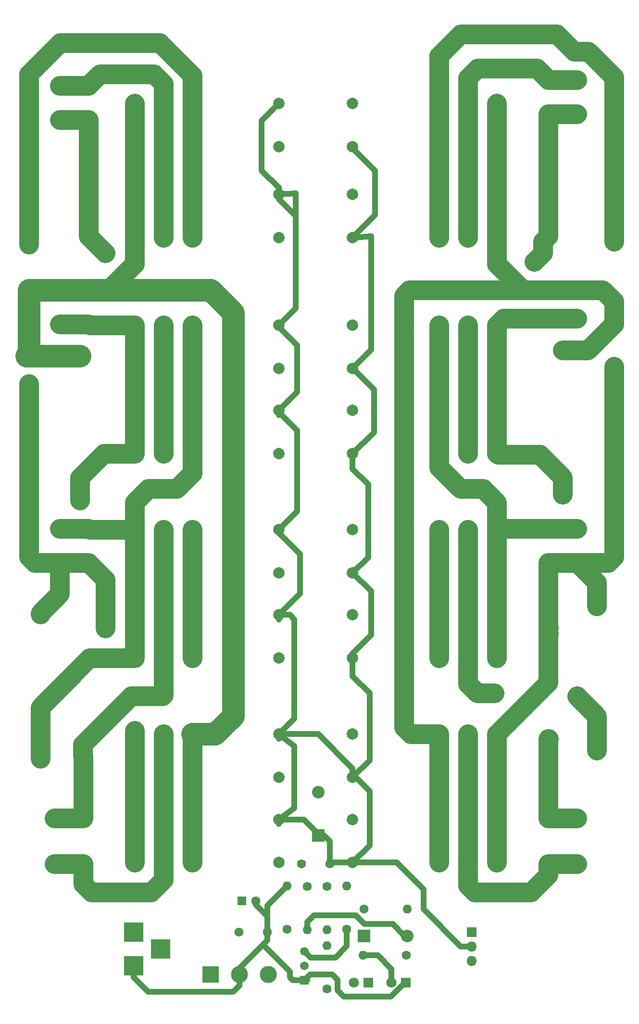
<source format=gbr>
G04 #@! TF.FileFunction,Copper,L1,Top,Signal*
%FSLAX46Y46*%
G04 Gerber Fmt 4.6, Leading zero omitted, Abs format (unit mm)*
G04 Created by KiCad (PCBNEW 4.0.7) date 11/11/20 19:27:04*
%MOMM*%
%LPD*%
G01*
G04 APERTURE LIST*
%ADD10C,0.100000*%
%ADD11C,1.600000*%
%ADD12O,1.600000X1.600000*%
%ADD13C,2.000000*%
%ADD14R,1.600000X1.600000*%
%ADD15R,1.800000X1.800000*%
%ADD16C,1.800000*%
%ADD17R,2.200000X2.200000*%
%ADD18O,2.200000X2.200000*%
%ADD19R,3.500000X3.500000*%
%ADD20O,2.500000X1.500000*%
%ADD21C,1.520000*%
%ADD22R,1.520000X1.520000*%
%ADD23O,1.800000X1.800000*%
%ADD24C,2.400000*%
%ADD25O,2.400000X2.400000*%
%ADD26R,3.000000X3.000000*%
%ADD27C,3.000000*%
%ADD28C,2.500000*%
%ADD29C,1.000000*%
%ADD30C,3.500000*%
%ADD31C,4.000000*%
G04 APERTURE END LIST*
D10*
D11*
X87450000Y-179100000D03*
D12*
X79830000Y-179100000D03*
D13*
X78000000Y-45200000D03*
X93240000Y-45200000D03*
X103400000Y-45200000D03*
X98320000Y-45200000D03*
X78000000Y-52800000D03*
X98320000Y-52800000D03*
X93240000Y-52800000D03*
X103400000Y-52800000D03*
D14*
X58500000Y-169500000D03*
D11*
X61000000Y-169500000D03*
X58000000Y-175000000D03*
X63000000Y-175000000D03*
X74000000Y-163000000D03*
X69000000Y-163000000D03*
D15*
X80770000Y-183910000D03*
D16*
X78230000Y-183910000D03*
D17*
X72000000Y-158000000D03*
D18*
X72000000Y-150380000D03*
D15*
X87400000Y-183910000D03*
D16*
X84860000Y-183910000D03*
D19*
X39500000Y-175000000D03*
X39500000Y-181000000D03*
X44200000Y-178000000D03*
D20*
X25460000Y-163000000D03*
X30540000Y-163000000D03*
X25460000Y-155000000D03*
X30540000Y-155000000D03*
X112460000Y-163000000D03*
X117540000Y-163000000D03*
X112460000Y-155000000D03*
X117540000Y-155000000D03*
X26460000Y-26000000D03*
X31540000Y-26000000D03*
X26460000Y-32000000D03*
X31540000Y-32000000D03*
X112460000Y-25000000D03*
X117540000Y-25000000D03*
X112460000Y-31000000D03*
X117540000Y-31000000D03*
X26460000Y-62000000D03*
X31540000Y-62000000D03*
X26460000Y-68000000D03*
X31540000Y-68000000D03*
X112460000Y-62000000D03*
X117540000Y-62000000D03*
X112460000Y-67000000D03*
X117540000Y-67000000D03*
X26460000Y-110000000D03*
X31540000Y-110000000D03*
X26460000Y-104000000D03*
X31540000Y-104000000D03*
X112460000Y-110000000D03*
X117540000Y-110000000D03*
X112460000Y-104000000D03*
X117540000Y-104000000D03*
D21*
X69500000Y-180960000D03*
X69500000Y-178420000D03*
D22*
X69500000Y-183500000D03*
D15*
X99000000Y-175000000D03*
D23*
X99000000Y-177540000D03*
X99000000Y-180080000D03*
D11*
X73500000Y-185000000D03*
D12*
X73500000Y-177380000D03*
D11*
X66500000Y-174500000D03*
D12*
X66500000Y-166880000D03*
D11*
X73500000Y-167000000D03*
D12*
X73500000Y-174620000D03*
D11*
X77000000Y-174500000D03*
D12*
X77000000Y-166880000D03*
D11*
X70000000Y-167000000D03*
D12*
X70000000Y-174620000D03*
D11*
X80000000Y-171000000D03*
D12*
X87620000Y-171000000D03*
D24*
X30000000Y-99000000D03*
D25*
X30000000Y-73600000D03*
D24*
X115000000Y-98000000D03*
D25*
X115000000Y-72600000D03*
D24*
X23000000Y-144500000D03*
D25*
X23000000Y-119100000D03*
D24*
X121000000Y-143000000D03*
D25*
X121000000Y-117600000D03*
D13*
X65000000Y-162800000D03*
X49760000Y-162800000D03*
X39600000Y-162800000D03*
X44680000Y-162800000D03*
X65000000Y-155200000D03*
X44680000Y-155200000D03*
X49760000Y-155200000D03*
X39600000Y-155200000D03*
X65000000Y-147800000D03*
X49760000Y-147800000D03*
X39600000Y-147800000D03*
X44680000Y-147800000D03*
X65000000Y-140200000D03*
X44680000Y-140200000D03*
X49760000Y-140200000D03*
X39600000Y-140200000D03*
X65000000Y-126800000D03*
X49760000Y-126800000D03*
X39600000Y-126800000D03*
X44680000Y-126800000D03*
X65000000Y-119200000D03*
X44680000Y-119200000D03*
X49760000Y-119200000D03*
X39600000Y-119200000D03*
X65000000Y-111800000D03*
X49760000Y-111800000D03*
X39600000Y-111800000D03*
X44680000Y-111800000D03*
X65000000Y-104200000D03*
X44680000Y-104200000D03*
X49760000Y-104200000D03*
X39600000Y-104200000D03*
X78000000Y-155200000D03*
X93240000Y-155200000D03*
X103400000Y-155200000D03*
X98320000Y-155200000D03*
X78000000Y-162800000D03*
X98320000Y-162800000D03*
X93240000Y-162800000D03*
X103400000Y-162800000D03*
X78000000Y-140200000D03*
X93240000Y-140200000D03*
X103400000Y-140200000D03*
X98320000Y-140200000D03*
X78000000Y-147800000D03*
X98320000Y-147800000D03*
X93240000Y-147800000D03*
X103400000Y-147800000D03*
X78000000Y-119200000D03*
X93240000Y-119200000D03*
X103400000Y-119200000D03*
X98320000Y-119200000D03*
X78000000Y-126800000D03*
X98320000Y-126800000D03*
X93240000Y-126800000D03*
X103400000Y-126800000D03*
X78000000Y-104200000D03*
X93240000Y-104200000D03*
X103400000Y-104200000D03*
X98320000Y-104200000D03*
X78000000Y-111800000D03*
X98320000Y-111800000D03*
X93240000Y-111800000D03*
X103400000Y-111800000D03*
X65000000Y-36800000D03*
X49760000Y-36800000D03*
X39600000Y-36800000D03*
X44680000Y-36800000D03*
X65000000Y-29200000D03*
X44680000Y-29200000D03*
X49760000Y-29200000D03*
X39600000Y-29200000D03*
X65000000Y-52800000D03*
X49760000Y-52800000D03*
X39600000Y-52800000D03*
X44680000Y-52800000D03*
X65000000Y-45200000D03*
X44680000Y-45200000D03*
X49760000Y-45200000D03*
X39600000Y-45200000D03*
X65000000Y-75800000D03*
X49760000Y-75800000D03*
X39600000Y-75800000D03*
X44680000Y-75800000D03*
X65000000Y-68200000D03*
X44680000Y-68200000D03*
X49760000Y-68200000D03*
X39600000Y-68200000D03*
X65000000Y-90800000D03*
X49760000Y-90800000D03*
X39600000Y-90800000D03*
X44680000Y-90800000D03*
X65000000Y-83200000D03*
X44680000Y-83200000D03*
X49760000Y-83200000D03*
X39600000Y-83200000D03*
X78000000Y-29200000D03*
X93240000Y-29200000D03*
X103400000Y-29200000D03*
X98320000Y-29200000D03*
X78000000Y-36800000D03*
X98320000Y-36800000D03*
X93240000Y-36800000D03*
X103400000Y-36800000D03*
X78000000Y-68200000D03*
X93240000Y-68200000D03*
X103400000Y-68200000D03*
X98320000Y-68200000D03*
X78000000Y-75800000D03*
X98320000Y-75800000D03*
X93240000Y-75800000D03*
X103400000Y-75800000D03*
X78000000Y-83200000D03*
X93240000Y-83200000D03*
X103400000Y-83200000D03*
X98320000Y-83200000D03*
X78000000Y-90800000D03*
X98320000Y-90800000D03*
X93240000Y-90800000D03*
X103400000Y-90800000D03*
D26*
X53000000Y-182500000D03*
D27*
X58080000Y-182500000D03*
X63160000Y-182500000D03*
D17*
X80020000Y-175690000D03*
D18*
X87640000Y-175690000D03*
D28*
X42500000Y-133500000D03*
X30500000Y-144000000D03*
X103000000Y-133000000D03*
X112500000Y-141000000D03*
X34500000Y-55500000D03*
X110000000Y-57000000D03*
X39500000Y-62000000D03*
X50000000Y-62000000D03*
X106500000Y-62000000D03*
X94000000Y-62000000D03*
X34500000Y-121500000D03*
X21000000Y-78500000D03*
X21000000Y-54000000D03*
X29500000Y-129000000D03*
X124000000Y-53500000D03*
X124000000Y-75500000D03*
X112500000Y-121500000D03*
X117500000Y-133500000D03*
D29*
X98830000Y-180250000D02*
X99000000Y-180080000D01*
X87400000Y-183910000D02*
X87250000Y-183910000D01*
X87250000Y-183910000D02*
X84740000Y-186420000D01*
X84740000Y-186420000D02*
X76480000Y-186420000D01*
X76480000Y-186420000D02*
X75350000Y-185290000D01*
X75350000Y-185290000D02*
X75350000Y-183450000D01*
X75350000Y-183450000D02*
X74400000Y-182500000D01*
X74400000Y-182500000D02*
X70500000Y-182500000D01*
X70500000Y-182500000D02*
X69500000Y-183500000D01*
X39500000Y-181000000D02*
X39500000Y-183000000D01*
X58080000Y-184420000D02*
X58080000Y-182500000D01*
X57000000Y-185500000D02*
X58080000Y-184420000D01*
X42000000Y-185500000D02*
X57000000Y-185500000D01*
X39500000Y-183000000D02*
X42000000Y-185500000D01*
X62000000Y-177500000D02*
X62500000Y-177500000D01*
X67500000Y-183500000D02*
X69500000Y-183500000D01*
X67000000Y-183000000D02*
X67500000Y-183500000D01*
X67000000Y-182000000D02*
X67000000Y-183000000D01*
X62500000Y-177500000D02*
X67000000Y-182000000D01*
X58080000Y-182500000D02*
X58080000Y-181420000D01*
X58080000Y-181420000D02*
X62000000Y-177500000D01*
X62000000Y-177500000D02*
X63000000Y-176500000D01*
X63000000Y-176500000D02*
X63000000Y-175000000D01*
X58000000Y-181500000D02*
X58000000Y-182000000D01*
X69500000Y-183500000D02*
X70000000Y-183500000D01*
X63000000Y-172250000D02*
X63000000Y-170380000D01*
X63000000Y-170380000D02*
X66500000Y-166880000D01*
X61000000Y-169500000D02*
X61000000Y-170250000D01*
X61000000Y-170250000D02*
X63000000Y-172250000D01*
X63000000Y-172250000D02*
X63000000Y-175000000D01*
X99000000Y-177540000D02*
X97040000Y-177540000D01*
X85800000Y-162800000D02*
X78000000Y-162800000D01*
X90500000Y-167500000D02*
X85800000Y-162800000D01*
X90500000Y-171000000D02*
X90500000Y-167500000D01*
X97040000Y-177540000D02*
X90500000Y-171000000D01*
X78000000Y-162800000D02*
X74200000Y-162800000D01*
X74200000Y-162800000D02*
X74000000Y-163000000D01*
X72000000Y-158000000D02*
X73000000Y-158000000D01*
X73000000Y-158000000D02*
X74000000Y-159000000D01*
X74000000Y-159000000D02*
X74000000Y-163000000D01*
X72250000Y-158370000D02*
X72250000Y-158000000D01*
X72250000Y-158000000D02*
X69450000Y-155200000D01*
X78000000Y-36800000D02*
X78000000Y-37000000D01*
X78000000Y-37000000D02*
X82000000Y-41000000D01*
X82000000Y-41000000D02*
X82000000Y-48800000D01*
X82000000Y-48800000D02*
X78000000Y-52800000D01*
X65000000Y-45200000D02*
X65000000Y-44000000D01*
X62000000Y-32200000D02*
X65000000Y-29200000D01*
X62000000Y-41000000D02*
X62000000Y-32200000D01*
X65000000Y-44000000D02*
X62000000Y-41000000D01*
X65000000Y-45200000D02*
X65000000Y-46000000D01*
X65000000Y-46000000D02*
X68000000Y-49000000D01*
X69450000Y-155200000D02*
X65000000Y-155200000D01*
X78000000Y-147800000D02*
X78000000Y-146250000D01*
X71950000Y-140200000D02*
X65000000Y-140200000D01*
X78000000Y-146250000D02*
X71950000Y-140200000D01*
X65000000Y-155200000D02*
X65000000Y-155500000D01*
X78000000Y-147800000D02*
X78550000Y-147800000D01*
X78550000Y-147800000D02*
X81000000Y-150250000D01*
X81000000Y-159800000D02*
X78000000Y-162800000D01*
X81000000Y-150250000D02*
X81000000Y-159800000D01*
X65000000Y-140200000D02*
X65000000Y-140250000D01*
X65000000Y-140250000D02*
X67750000Y-142250000D01*
X67750000Y-153200000D02*
X65000000Y-155200000D01*
X67750000Y-142250000D02*
X67750000Y-153200000D01*
X65000000Y-119200000D02*
X66950000Y-119200000D01*
X66950000Y-119200000D02*
X67750000Y-120000000D01*
X67750000Y-120000000D02*
X67750000Y-137450000D01*
X67750000Y-137450000D02*
X65000000Y-140200000D01*
X65000000Y-104200000D02*
X65000000Y-104750000D01*
X65000000Y-104750000D02*
X68750000Y-108500000D01*
X68750000Y-115450000D02*
X65000000Y-119200000D01*
X68750000Y-108500000D02*
X68750000Y-115450000D01*
X78000000Y-126800000D02*
X78000000Y-130000000D01*
X81000000Y-144800000D02*
X78000000Y-147800000D01*
X81000000Y-133000000D02*
X81000000Y-144800000D01*
X78000000Y-130000000D02*
X81000000Y-133000000D01*
X78000000Y-126800000D02*
X78000000Y-126000000D01*
X78000000Y-126000000D02*
X81250000Y-122750000D01*
X81250000Y-122750000D02*
X81250000Y-115050000D01*
X81250000Y-115050000D02*
X78000000Y-111800000D01*
X78000000Y-90800000D02*
X78000000Y-93500000D01*
X80750000Y-109050000D02*
X78000000Y-111800000D01*
X80750000Y-96250000D02*
X80750000Y-109050000D01*
X78000000Y-93500000D02*
X80750000Y-96250000D01*
X65000000Y-83200000D02*
X65000000Y-83500000D01*
X65000000Y-83500000D02*
X68250000Y-86750000D01*
X68250000Y-100950000D02*
X65000000Y-104200000D01*
X68250000Y-86750000D02*
X68250000Y-100950000D01*
X78000000Y-75800000D02*
X78050000Y-75800000D01*
X78050000Y-75800000D02*
X81750000Y-79500000D01*
X81750000Y-87050000D02*
X78000000Y-90800000D01*
X81750000Y-79500000D02*
X81750000Y-87050000D01*
X65000000Y-68200000D02*
X65000000Y-68500000D01*
X65000000Y-68500000D02*
X68250000Y-71750000D01*
X68250000Y-79950000D02*
X65000000Y-83200000D01*
X68250000Y-71750000D02*
X68250000Y-79950000D01*
X78000000Y-52800000D02*
X78550000Y-52800000D01*
X78550000Y-52800000D02*
X81250000Y-52500000D01*
X81250000Y-72550000D02*
X78000000Y-75800000D01*
X81250000Y-52500000D02*
X81250000Y-72550000D01*
X65000000Y-45200000D02*
X65200000Y-45200000D01*
X65200000Y-45200000D02*
X68000000Y-45000000D01*
X68000000Y-65200000D02*
X65000000Y-68200000D01*
X68000000Y-45000000D02*
X68000000Y-49000000D01*
X68000000Y-49000000D02*
X68000000Y-65200000D01*
X65000000Y-155200000D02*
X65000000Y-156000000D01*
X65000000Y-140200000D02*
X65000000Y-141000000D01*
X65000000Y-119200000D02*
X65000000Y-120000000D01*
X65000000Y-104200000D02*
X65200000Y-104200000D01*
X65000000Y-83200000D02*
X65000000Y-84000000D01*
X65000000Y-68200000D02*
X65200000Y-68200000D01*
X77000000Y-174500000D02*
X77000000Y-177500000D01*
X77000000Y-177500000D02*
X75000000Y-179500000D01*
X75000000Y-179500000D02*
X70580000Y-179500000D01*
X70580000Y-179500000D02*
X69500000Y-178420000D01*
X69500000Y-178420000D02*
X69500000Y-178250000D01*
X79830000Y-179100000D02*
X82430000Y-179100000D01*
X84860000Y-181530000D02*
X84860000Y-183910000D01*
X82430000Y-179100000D02*
X84860000Y-181530000D01*
D30*
X30540000Y-163000000D02*
X25460000Y-163000000D01*
X44680000Y-162800000D02*
X44680000Y-165820000D01*
X44680000Y-165820000D02*
X42500000Y-168000000D01*
X42500000Y-168000000D02*
X32000000Y-168000000D01*
X32000000Y-168000000D02*
X30540000Y-166540000D01*
X30540000Y-166540000D02*
X30540000Y-163000000D01*
X44680000Y-155200000D02*
X44680000Y-162800000D01*
X44680000Y-147800000D02*
X44680000Y-155200000D01*
X44680000Y-140200000D02*
X44680000Y-147800000D01*
X30500000Y-144000000D02*
X30500000Y-142000000D01*
X30500000Y-142000000D02*
X39000000Y-133500000D01*
X39000000Y-133500000D02*
X42500000Y-133500000D01*
X30540000Y-155000000D02*
X30540000Y-144040000D01*
X30540000Y-144040000D02*
X30500000Y-144000000D01*
X42500000Y-133500000D02*
X44500000Y-133500000D01*
X44500000Y-133500000D02*
X44680000Y-133320000D01*
X44680000Y-133320000D02*
X44680000Y-126800000D01*
X25460000Y-155000000D02*
X30540000Y-155000000D01*
X30540000Y-155000000D02*
X30500000Y-154960000D01*
X44680000Y-119200000D02*
X44680000Y-126800000D01*
X44680000Y-111800000D02*
X44680000Y-119200000D01*
X44680000Y-104200000D02*
X44680000Y-111800000D01*
X112460000Y-163000000D02*
X112460000Y-164960000D01*
X112460000Y-164960000D02*
X109420000Y-168000000D01*
X109420000Y-168000000D02*
X99500000Y-168000000D01*
X99500000Y-168000000D02*
X98320000Y-166820000D01*
X98320000Y-166820000D02*
X98320000Y-162800000D01*
X117540000Y-163000000D02*
X112460000Y-163000000D01*
X98320000Y-155200000D02*
X98320000Y-162800000D01*
X98320000Y-147800000D02*
X98320000Y-155200000D01*
X98320000Y-140200000D02*
X98320000Y-147800000D01*
X98320000Y-126800000D02*
X98320000Y-131320000D01*
X98320000Y-131320000D02*
X100000000Y-133000000D01*
X100000000Y-133000000D02*
X103000000Y-133000000D01*
X112460000Y-155000000D02*
X112460000Y-141040000D01*
X112460000Y-141040000D02*
X112500000Y-141000000D01*
X117540000Y-155000000D02*
X112460000Y-155000000D01*
X112460000Y-155000000D02*
X112500000Y-154960000D01*
X98320000Y-119200000D02*
X98320000Y-126800000D01*
X98320000Y-111800000D02*
X98320000Y-119200000D01*
X98320000Y-104200000D02*
X98320000Y-111800000D01*
X44680000Y-45200000D02*
X44680000Y-52800000D01*
X44680000Y-36800000D02*
X44680000Y-45200000D01*
X44680000Y-29200000D02*
X44680000Y-36800000D01*
X31540000Y-26000000D02*
X31540000Y-25960000D01*
X31540000Y-25960000D02*
X33500000Y-24000000D01*
X33500000Y-24000000D02*
X43000000Y-24000000D01*
X43000000Y-24000000D02*
X44680000Y-25680000D01*
X44680000Y-25680000D02*
X44680000Y-29200000D01*
X26460000Y-26000000D02*
X31540000Y-26000000D01*
X44680000Y-83200000D02*
X44680000Y-90800000D01*
X44680000Y-75800000D02*
X44680000Y-83200000D01*
X31540000Y-32000000D02*
X31540000Y-52540000D01*
X31540000Y-52540000D02*
X34500000Y-55500000D01*
X26460000Y-32000000D02*
X31540000Y-32000000D01*
X31540000Y-32000000D02*
X31500000Y-32040000D01*
X44680000Y-68200000D02*
X44680000Y-75800000D01*
X117540000Y-25000000D02*
X112460000Y-25000000D01*
X98320000Y-29200000D02*
X98320000Y-24680000D01*
X98320000Y-24680000D02*
X100000000Y-23000000D01*
X100000000Y-23000000D02*
X110460000Y-23000000D01*
X110460000Y-23000000D02*
X112460000Y-25000000D01*
X98320000Y-36800000D02*
X98320000Y-29200000D01*
X98320000Y-45200000D02*
X98320000Y-36800000D01*
X98320000Y-52800000D02*
X98320000Y-45200000D01*
X112460000Y-31000000D02*
X112460000Y-52540000D01*
X112460000Y-52540000D02*
X111500000Y-53500000D01*
X111500000Y-53500000D02*
X111500000Y-55500000D01*
X111500000Y-55500000D02*
X110000000Y-57000000D01*
X117540000Y-31000000D02*
X112460000Y-31000000D01*
X112460000Y-31000000D02*
X112500000Y-31040000D01*
X98320000Y-83200000D02*
X98320000Y-90800000D01*
X98320000Y-75800000D02*
X98320000Y-83200000D01*
X98320000Y-68200000D02*
X98320000Y-75800000D01*
X39500000Y-62000000D02*
X39000000Y-62000000D01*
X50000000Y-62000000D02*
X49500000Y-62000000D01*
D31*
X30000000Y-73600000D02*
X20600000Y-73600000D01*
X21000000Y-62000000D02*
X26460000Y-62000000D01*
X21000000Y-73200000D02*
X21000000Y-62000000D01*
X20600000Y-73600000D02*
X21000000Y-73200000D01*
D30*
X49760000Y-155200000D02*
X49760000Y-162800000D01*
X49760000Y-147800000D02*
X49760000Y-155200000D01*
X49760000Y-140200000D02*
X49760000Y-147800000D01*
X39600000Y-45200000D02*
X39600000Y-52800000D01*
X39600000Y-36800000D02*
X39600000Y-45200000D01*
X39600000Y-29200000D02*
X39600000Y-36800000D01*
X39600000Y-52800000D02*
X39600000Y-57400000D01*
X35000000Y-62000000D02*
X31540000Y-62000000D01*
X39600000Y-57400000D02*
X35000000Y-62000000D01*
D31*
X31540000Y-62000000D02*
X39000000Y-62000000D01*
X39000000Y-62000000D02*
X49500000Y-62000000D01*
X49500000Y-62000000D02*
X53000000Y-62000000D01*
X53000000Y-62000000D02*
X57000000Y-66000000D01*
X57000000Y-66000000D02*
X57000000Y-137000000D01*
X57000000Y-137000000D02*
X53800000Y-140200000D01*
X53800000Y-140200000D02*
X49760000Y-140200000D01*
X31540000Y-62000000D02*
X26460000Y-62000000D01*
D30*
X30000000Y-99000000D02*
X30000000Y-95000000D01*
X30000000Y-95000000D02*
X34200000Y-90800000D01*
X34200000Y-90800000D02*
X39600000Y-90800000D01*
X49760000Y-119200000D02*
X49760000Y-126800000D01*
X49760000Y-111800000D02*
X49760000Y-119200000D01*
X49760000Y-104200000D02*
X49760000Y-111800000D01*
X39600000Y-83200000D02*
X39600000Y-90800000D01*
X39600000Y-75800000D02*
X39600000Y-83200000D01*
X39600000Y-68200000D02*
X39600000Y-75800000D01*
X31540000Y-68000000D02*
X26460000Y-68000000D01*
X39600000Y-68200000D02*
X31740000Y-68200000D01*
X31740000Y-68200000D02*
X31540000Y-68000000D01*
X106500000Y-62000000D02*
X108000000Y-62000000D01*
X103400000Y-36800000D02*
X103400000Y-29200000D01*
X103400000Y-45200000D02*
X103400000Y-37900000D01*
X103400000Y-37900000D02*
X103400000Y-36800000D01*
X103400000Y-52800000D02*
X103400000Y-45200000D01*
X93240000Y-155200000D02*
X93240000Y-162800000D01*
X93240000Y-147800000D02*
X93240000Y-155200000D01*
X93240000Y-140200000D02*
X93240000Y-147800000D01*
X117540000Y-62000000D02*
X122000000Y-62000000D01*
X119400000Y-72600000D02*
X115000000Y-72600000D01*
X124000000Y-68000000D02*
X119400000Y-72600000D01*
X124000000Y-64000000D02*
X124000000Y-68000000D01*
X122000000Y-62000000D02*
X124000000Y-64000000D01*
X108000000Y-62000000D02*
X94000000Y-62000000D01*
X94000000Y-62000000D02*
X88000000Y-62000000D01*
X88200000Y-140200000D02*
X93240000Y-140200000D01*
X87000000Y-139000000D02*
X88200000Y-140200000D01*
X87000000Y-63000000D02*
X87000000Y-139000000D01*
X88000000Y-62000000D02*
X87000000Y-63000000D01*
X112460000Y-62000000D02*
X108000000Y-62000000D01*
X103400000Y-57400000D02*
X103400000Y-52800000D01*
X108000000Y-62000000D02*
X103400000Y-57400000D01*
X117540000Y-62000000D02*
X112460000Y-62000000D01*
X112460000Y-67000000D02*
X104600000Y-67000000D01*
X104600000Y-67000000D02*
X103400000Y-68200000D01*
X117540000Y-67000000D02*
X112460000Y-67000000D01*
X103400000Y-75800000D02*
X103400000Y-68200000D01*
X103400000Y-83200000D02*
X103400000Y-75800000D01*
X103400000Y-90800000D02*
X103400000Y-83200000D01*
X115000000Y-98000000D02*
X115000000Y-95000000D01*
X115000000Y-95000000D02*
X111000000Y-91000000D01*
X111000000Y-91000000D02*
X103600000Y-91000000D01*
X103600000Y-91000000D02*
X103400000Y-90800000D01*
X93240000Y-119200000D02*
X93240000Y-126800000D01*
X93240000Y-111800000D02*
X93240000Y-104200000D01*
X93240000Y-119200000D02*
X93240000Y-111800000D01*
X31540000Y-110000000D02*
X31540000Y-110040000D01*
X31540000Y-110040000D02*
X34500000Y-113000000D01*
X34500000Y-113000000D02*
X34500000Y-121500000D01*
X21000000Y-54000000D02*
X21000000Y-53500000D01*
X21000000Y-109000000D02*
X21000000Y-78500000D01*
X22000000Y-110000000D02*
X21000000Y-109000000D01*
X26460000Y-110000000D02*
X22000000Y-110000000D01*
X49760000Y-29200000D02*
X49760000Y-24260000D01*
X21000000Y-24000000D02*
X21000000Y-53500000D01*
X26500000Y-18500000D02*
X21000000Y-24000000D01*
X44000000Y-18500000D02*
X26500000Y-18500000D01*
X49760000Y-24260000D02*
X44000000Y-18500000D01*
X31540000Y-110000000D02*
X31540000Y-110040000D01*
X26460000Y-110000000D02*
X26460000Y-115460000D01*
X26460000Y-115460000D02*
X23000000Y-118920000D01*
X23000000Y-118920000D02*
X23000000Y-119100000D01*
X26460000Y-110000000D02*
X31540000Y-110000000D01*
X39600000Y-140200000D02*
X39600000Y-139600000D01*
X39600000Y-155200000D02*
X39600000Y-162800000D01*
X39600000Y-147800000D02*
X39600000Y-155200000D01*
X39600000Y-140200000D02*
X39600000Y-147800000D01*
X49760000Y-45200000D02*
X49760000Y-52800000D01*
X49760000Y-36800000D02*
X49760000Y-45200000D01*
X49760000Y-29200000D02*
X49760000Y-36800000D01*
X29500000Y-129000000D02*
X29000000Y-129500000D01*
X23000000Y-144500000D02*
X23000000Y-135500000D01*
X23000000Y-135500000D02*
X29000000Y-129500000D01*
X29000000Y-129500000D02*
X31700000Y-126800000D01*
X31700000Y-126800000D02*
X39600000Y-126800000D01*
X39600000Y-119200000D02*
X39600000Y-126800000D01*
X39600000Y-111800000D02*
X39600000Y-119200000D01*
X39600000Y-104200000D02*
X39600000Y-111800000D01*
X31540000Y-104000000D02*
X26460000Y-104000000D01*
X39600000Y-104200000D02*
X31740000Y-104200000D01*
X31740000Y-104200000D02*
X31540000Y-104000000D01*
X49760000Y-75800000D02*
X49760000Y-68200000D01*
X49760000Y-83200000D02*
X49760000Y-75800000D01*
X49760000Y-90800000D02*
X49760000Y-82240000D01*
X49760000Y-82240000D02*
X49760000Y-83200000D01*
X39600000Y-104200000D02*
X39600000Y-99400000D01*
X49760000Y-94240000D02*
X49760000Y-90800000D01*
X47000000Y-97000000D02*
X49760000Y-94240000D01*
X42000000Y-97000000D02*
X47000000Y-97000000D01*
X39600000Y-99400000D02*
X42000000Y-97000000D01*
X93240000Y-29200000D02*
X93240000Y-20760000D01*
X93240000Y-20760000D02*
X97000000Y-17000000D01*
X97000000Y-17000000D02*
X114000000Y-17000000D01*
X114000000Y-17000000D02*
X117000000Y-20000000D01*
X117000000Y-20000000D02*
X119500000Y-20000000D01*
X119500000Y-20000000D02*
X124000000Y-24500000D01*
X124000000Y-24500000D02*
X124000000Y-53500000D01*
X117540000Y-110000000D02*
X123000000Y-110000000D01*
X123000000Y-110000000D02*
X124000000Y-109000000D01*
X124000000Y-109000000D02*
X124000000Y-75500000D01*
X112500000Y-121500000D02*
X112460000Y-121500000D01*
X112460000Y-121500000D02*
X112460000Y-122500000D01*
X112460000Y-110000000D02*
X112460000Y-122500000D01*
X112500000Y-122500000D02*
X112460000Y-122500000D01*
X112460000Y-122500000D02*
X112500000Y-122500000D01*
X112500000Y-122500000D02*
X112460000Y-122500000D01*
X121000000Y-117600000D02*
X121000000Y-113460000D01*
X121000000Y-113460000D02*
X117540000Y-110000000D01*
X93240000Y-45200000D02*
X93240000Y-52800000D01*
X93240000Y-36800000D02*
X93240000Y-45200000D01*
X93240000Y-29200000D02*
X93240000Y-36800000D01*
X103400000Y-155200000D02*
X103400000Y-162800000D01*
X103400000Y-147800000D02*
X103400000Y-155200000D01*
X103400000Y-140200000D02*
X103400000Y-147800000D01*
X112460000Y-122500000D02*
X112460000Y-131140000D01*
X112460000Y-131140000D02*
X103400000Y-140200000D01*
X117540000Y-110000000D02*
X112460000Y-110000000D01*
X121000000Y-143000000D02*
X121000000Y-137000000D01*
X121000000Y-137000000D02*
X117500000Y-133500000D01*
X93240000Y-75800000D02*
X93240000Y-68200000D01*
X93240000Y-83200000D02*
X93240000Y-75800000D01*
X93240000Y-90800000D02*
X93240000Y-83200000D01*
X103400000Y-111800000D02*
X103400000Y-104200000D01*
X103400000Y-119200000D02*
X103400000Y-111800000D01*
X103400000Y-126800000D02*
X103400000Y-119200000D01*
X112460000Y-104000000D02*
X103600000Y-104000000D01*
X103600000Y-104000000D02*
X103400000Y-104200000D01*
X117540000Y-104000000D02*
X112460000Y-104000000D01*
X103400000Y-104200000D02*
X103400000Y-99400000D01*
X93240000Y-93240000D02*
X97000000Y-97000000D01*
X97000000Y-97000000D02*
X100000000Y-97000000D01*
X93240000Y-93240000D02*
X93240000Y-90800000D01*
X101000000Y-97000000D02*
X100000000Y-97000000D01*
X103400000Y-99400000D02*
X101000000Y-97000000D01*
D29*
X87640000Y-178910000D02*
X87450000Y-179100000D01*
X70000000Y-174620000D02*
X70000000Y-173270000D01*
X85090000Y-173630000D02*
X87150000Y-175690000D01*
X80080000Y-173630000D02*
X85090000Y-173630000D01*
X78540000Y-172090000D02*
X80080000Y-173630000D01*
X71180000Y-172090000D02*
X78540000Y-172090000D01*
X70000000Y-173270000D02*
X71180000Y-172090000D01*
X87150000Y-175690000D02*
X87640000Y-175690000D01*
M02*

</source>
